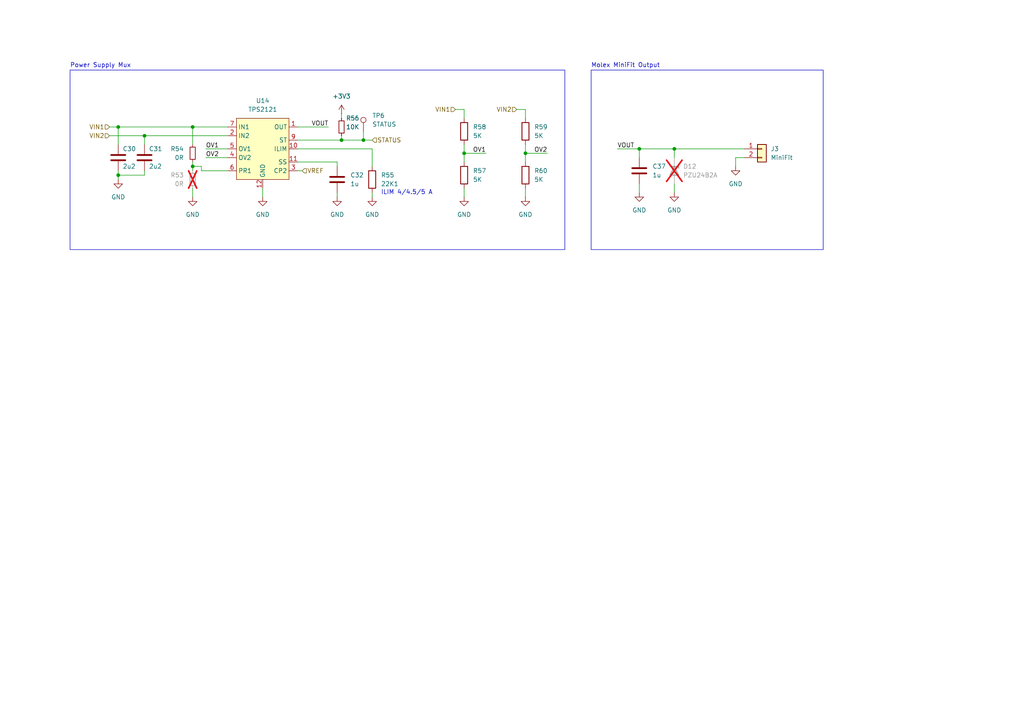
<source format=kicad_sch>
(kicad_sch (version 20250114) (generator "eeschema") (generator_version "9.0")
  (paper "A4")
  (lib_symbols
    (symbol "Connector:TestPoint" (pin_numbers (hide yes)) (pin_names (offset 0.762) (hide yes))
      (property "Reference" "TP" (at 0 6.858 0))
      (property "Value" "TestPoint" (at 0 5.08 0))
      (symbol "TestPoint_0_1"
        (circle (center 0 3.302) (radius 0.762))
      )
      (symbol "TestPoint_1_1"
        (pin passive line (at 0 0 90) (length 2.54) (name "1") (number "1"))
      )
    )
    (symbol "Connector_Generic:Conn_01x02" (pin_names (offset 1.016) (hide yes))
      (property "Reference" "J" (at 0 2.54 0))
      (property "Value" "Conn_01x02" (at 0 -5.08 0))
      (symbol "Conn_01x02_1_1"
        (rectangle (start -1.27 1.27) (end 1.27 -3.81) (stroke (width 0.254)) (fill (type background)))
        (rectangle (start -1.27 0.127) (end 0 -0.127) (stroke (width 0.1524)))
        (rectangle (start -1.27 -2.413) (end 0 -2.667) (stroke (width 0.1524)))
        (pin passive line (at -5.08 0 0) (length 3.81) (name "Pin_1") (number "1"))
        (pin passive line (at -5.08 -2.54 0) (length 3.81) (name "Pin_2") (number "2"))
      )
    )
    (symbol "Device:C" (pin_numbers (hide yes)) (pin_names (offset 0.254))
      (property "Reference" "C" (at 0.635 2.54 0))
      (property "Value" "C" (at 0.635 -2.54 0))
      (symbol "C_0_1"
        (polyline (pts (xy -2.032 0.762) (xy 2.032 0.762)) (stroke (width 0.508)))
        (polyline (pts (xy -2.032 -0.762) (xy 2.032 -0.762)) (stroke (width 0.508)))
      )
      (symbol "C_1_1"
        (pin passive line (at 0 3.81 270) (length 2.794) (name "~") (number "1"))
        (pin passive line (at 0 -3.81 90) (length 2.794) (name "~") (number "2"))
      )
    )
    (symbol "Device:D_Zener" (pin_numbers (hide yes)) (pin_names (offset 1.016) (hide yes))
      (property "Reference" "D" (at 0 2.54 0))
      (property "Value" "D_Zener" (at 0 -2.54 0))
      (symbol "D_Zener_0_1"
        (polyline (pts (xy -1.27 -1.27) (xy -1.27 1.27) (xy -0.762 1.27)) (stroke (width 0.254)))
        (polyline (pts (xy 1.27 0) (xy -1.27 0)))
        (polyline (pts (xy 1.27 -1.27) (xy 1.27 1.27) (xy -1.27 0) (xy 1.27 -1.27)) (stroke (width 0.254)))
      )
      (symbol "D_Zener_1_1"
        (pin passive line (at -3.81 0 0) (length 2.54) (name "K") (number "1"))
        (pin passive line (at 3.81 0 180) (length 2.54) (name "A") (number "2"))
      )
    )
    (symbol "Device:R" (pin_numbers (hide yes)) (pin_names (offset 0))
      (property "Reference" "R" (at 2.032 0 90))
      (property "Value" "R" (at 0 0 90))
      (symbol "R_0_1"
        (rectangle (start -1.016 -2.54) (end 1.016 2.54) (stroke (width 0.254)))
      )
      (symbol "R_1_1"
        (pin passive line (at 0 3.81 270) (length 1.27) (name "~") (number "1"))
        (pin passive line (at 0 -3.81 90) (length 1.27) (name "~") (number "2"))
      )
    )
    (symbol "Device:R_Small" (pin_numbers (hide yes)) (pin_names (offset 0.254) (hide yes))
      (property "Reference" "R" (at 0 0 90))
      (property "Value" "R_Small" (at 1.778 0 90))
      (symbol "R_Small_0_1"
        (rectangle (start -0.762 1.778) (end 0.762 -1.778) (stroke (width 0.2032)))
      )
      (symbol "R_Small_1_1"
        (pin passive line (at 0 2.54 270) (length 0.762) (name "~") (number "1"))
        (pin passive line (at 0 -2.54 90) (length 0.762) (name "~") (number "2"))
      )
    )
    (symbol "Power_Management_Extra:TPS2121"
      (property "Reference" "U" (at 0 12.192 0))
      (property "Value" "TPS2121" (at -0.508 10.16 0))
      (symbol "TPS2121_1_1"
        (rectangle (start -7.62 8.89) (end 7.62 -8.89) (fill (type background)))
        (pin power_in line (at -10.16 6.35 0) (length 2.54) (name "IN1") (number "7"))
        (pin power_in line (at -10.16 3.81 0) (length 2.54) (name "IN2") (number "2"))
        (pin input line (at -10.16 0 0) (length 2.54) (name "OV1") (number "5"))
        (pin input line (at -10.16 -2.54 0) (length 2.54) (name "OV2") (number "4"))
        (pin input line (at -10.16 -6.35 0) (length 2.54) (name "PR1") (number "6"))
        (pin power_in line (at 0 -11.43 90) (length 2.54) (name "GND") (number "12"))
        (pin power_out line (at 10.16 6.35 180) (length 2.54) (name "OUT") (number "1"))
        (pin power_out line (at 10.16 6.35 180) (length 2.54) (hide yes) (name "OUT") (number "8"))
        (pin output line (at 10.16 2.54 180) (length 2.54) (name "ST") (number "9"))
        (pin output line (at 10.16 0 180) (length 2.54) (name "ILIM") (number "10"))
        (pin output line (at 10.16 -3.81 180) (length 2.54) (name "SS") (number "11"))
        (pin input line (at 10.16 -6.35 180) (length 2.54) (name "CP2") (number "3"))
      )
    )
    (symbol "power:+3V3" (power) (pin_numbers (hide yes)) (pin_names (offset 0) (hide yes))
      (property "Value" "+3V3" (at 0 3.556 0))
      (symbol "+3V3_0_1"
        (polyline (pts (xy -0.762 1.27) (xy 0 2.54)))
        (polyline (pts (xy 0 2.54) (xy 0.762 1.27)))
        (polyline (pts (xy 0 0) (xy 0 2.54)))
      )
      (symbol "+3V3_1_1"
        (pin power_in line (at 0 0 90) (length 0) (name "~") (number "1"))
      )
    )
    (symbol "power:GND" (power) (pin_numbers (hide yes)) (pin_names (offset 0) (hide yes))
      (property "Value" "GND" (at 0 -3.81 0))
      (symbol "GND_0_1"
        (polyline (pts (xy 0 0) (xy 0 -1.27) (xy 1.27 -1.27) (xy 0 -2.54) (xy -1.27 -1.27) (xy 0 -1.27)))
      )
      (symbol "GND_1_1"
        (pin power_in line (at 0 0 270) (length 0) (name "~") (number "1"))
      )
    )
  )
  (rectangle (start 20.32 20.32) (end 163.83 72.39))
  (rectangle (start 171.45 20.32) (end 238.76 72.39))
  (text "Molex MiniFit Output" (at 171.45 19.05 0) (effects (font (size 1.27 1.27)) (justify left)))
  (text "Power Supply Mux" (at 20.32 19.05 0) (effects (font (size 1.27 1.27)) (justify left)))
  (text "ILIM 4/4.5/5 A" (at 110.49 55.88 0) (effects (font (size 1.27 1.27)) (justify left)))
  (junction (at 34.29 36.83))
  (junction (at 34.29 50.8))
  (junction (at 185.42 43.18))
  (junction (at 195.58 43.18))
  (junction (at 105.41 40.64))
  (junction (at 99.06 40.64))
  (junction (at 134.62 44.45))
  (junction (at 55.88 36.83))
  (junction (at 152.4 44.45))
  (junction (at 41.91 39.37))
  (junction (at 55.88 48.26))
  (wire (pts (xy 86.36 40.64) (xy 99.06 40.64)))
  (wire (pts (xy 76.2 54.61) (xy 76.2 57.15)))
  (wire (pts (xy 58.42 48.26) (xy 58.42 49.53)))
  (wire (pts (xy 31.75 36.83) (xy 34.29 36.83)))
  (wire (pts (xy 86.36 43.18) (xy 107.95 43.18)))
  (wire (pts (xy 99.06 40.64) (xy 105.41 40.64)))
  (wire (pts (xy 185.42 53.34) (xy 185.42 55.88)))
  (wire (pts (xy 185.42 43.18) (xy 185.42 45.72)))
  (wire (pts (xy 134.62 41.91) (xy 134.62 44.45)))
  (wire (pts (xy 152.4 44.45) (xy 152.4 46.99)))
  (wire (pts (xy 55.88 46.99) (xy 55.88 48.26)))
  (wire (pts (xy 41.91 50.8) (xy 41.91 49.53)))
  (wire (pts (xy 158.75 44.45) (xy 152.4 44.45)))
  (wire (pts (xy 97.79 46.99) (xy 97.79 48.26)))
  (wire (pts (xy 134.62 44.45) (xy 134.62 46.99)))
  (wire (pts (xy 59.69 45.72) (xy 66.04 45.72)))
  (wire (pts (xy 55.88 36.83) (xy 66.04 36.83)))
  (wire (pts (xy 195.58 43.18) (xy 195.58 45.72)))
  (wire (pts (xy 86.36 46.99) (xy 97.79 46.99)))
  (wire (pts (xy 105.41 40.64) (xy 107.95 40.64)))
  (wire (pts (xy 55.88 36.83) (xy 55.88 41.91)))
  (wire (pts (xy 152.4 31.75) (xy 152.4 34.29)))
  (wire (pts (xy 55.88 48.26) (xy 58.42 48.26)))
  (wire (pts (xy 149.86 31.75) (xy 152.4 31.75)))
  (wire (pts (xy 134.62 31.75) (xy 134.62 34.29)))
  (wire (pts (xy 195.58 53.34) (xy 195.58 55.88)))
  (wire (pts (xy 105.41 38.1) (xy 105.41 40.64)))
  (wire (pts (xy 99.06 33.02) (xy 99.06 34.29)))
  (wire (pts (xy 59.69 43.18) (xy 66.04 43.18)))
  (wire (pts (xy 213.36 48.26) (xy 213.36 45.72)))
  (wire (pts (xy 107.95 55.88) (xy 107.95 57.15)))
  (wire (pts (xy 213.36 45.72) (xy 215.9 45.72)))
  (wire (pts (xy 86.36 36.83) (xy 95.25 36.83)))
  (wire (pts (xy 34.29 49.53) (xy 34.29 50.8)))
  (wire (pts (xy 86.36 49.53) (xy 87.63 49.53)))
  (wire (pts (xy 41.91 39.37) (xy 41.91 41.91)))
  (wire (pts (xy 34.29 50.8) (xy 41.91 50.8)))
  (wire (pts (xy 34.29 36.83) (xy 55.88 36.83)))
  (wire (pts (xy 152.4 41.91) (xy 152.4 44.45)))
  (wire (pts (xy 132.08 31.75) (xy 134.62 31.75)))
  (wire (pts (xy 66.04 49.53) (xy 58.42 49.53)))
  (wire (pts (xy 195.58 43.18) (xy 215.9 43.18)))
  (wire (pts (xy 140.97 44.45) (xy 134.62 44.45)))
  (wire (pts (xy 152.4 54.61) (xy 152.4 57.15)))
  (wire (pts (xy 41.91 39.37) (xy 66.04 39.37)))
  (wire (pts (xy 99.06 39.37) (xy 99.06 40.64)))
  (wire (pts (xy 107.95 43.18) (xy 107.95 48.26)))
  (wire (pts (xy 31.75 39.37) (xy 41.91 39.37)))
  (wire (pts (xy 179.07 43.18) (xy 185.42 43.18)))
  (wire (pts (xy 185.42 43.18) (xy 195.58 43.18)))
  (wire (pts (xy 34.29 36.83) (xy 34.29 41.91)))
  (wire (pts (xy 55.88 48.26) (xy 55.88 49.53)))
  (wire (pts (xy 97.79 55.88) (xy 97.79 57.15)))
  (wire (pts (xy 134.62 54.61) (xy 134.62 57.15)))
  (wire (pts (xy 34.29 50.8) (xy 34.29 52.07)))
  (wire (pts (xy 55.88 54.61) (xy 55.88 57.15)))
  (label "OV2" (at 59.69 45.72 0))
  (label "OV1" (at 59.69 43.18 0))
  (label "OV2" (at 158.75 44.45 180))
  (label "OV1" (at 140.97 44.45 180))
  (label "VOUT" (at 95.25 36.83 180))
  (label "VOUT" (at 179.07 43.18 0))
  (hierarchical_label "VREF" (shape input) (at 87.63 49.53 0))
  (hierarchical_label "VIN2" (shape input) (at 31.75 39.37 180))
  (hierarchical_label "VIN1" (shape input) (at 31.75 36.83 180))
  (hierarchical_label "STATUS" (shape input) (at 107.95 40.64 0))
  (hierarchical_label "VIN1" (shape input) (at 132.08 31.75 180))
  (hierarchical_label "VIN2" (shape input) (at 149.86 31.75 180))
  (symbol (lib_id "power:GND") (at 76.2 57.15 0) (unit 1)
    (property "Reference" "#PWR0105" (effects (hide yes)))
    (property "Value" "GND" (at 76.2 62.23 0))
    (property "Description" "Power symbol creates a global label with name \"GND\" , ground" (effects (hide yes)))
    (instances (project "" (path "" (reference "#PWR032") (unit 1)) (path "" (reference "#PWR0105") (unit 1))))
  )
  (symbol (lib_id "Device:D_Zener") (at 195.58 49.53 270) (unit 1) (dnp yes)
    (property "Reference" "D13" (at 198.12 48.2599 90) (effects (justify left)))
    (property "Value" "PZU24B2A" (at 198.12 50.7999 90) (effects (justify left)))
    (property "Footprint" "Diode_SMD:D_SOD-323F" (effects (hide yes)))
    (property "Description" "Zener diode" (effects (hide yes)))
    (instances (project "vrb" (path "" (reference "D12") (unit 1)) (path "" (reference "D13") (unit 1))))
  )
  (symbol (lib_id "Device:C") (at 185.42 49.53 0) (unit 1)
    (property "Reference" "C36" (at 189.23 48.2599 0) (effects (justify left)))
    (property "Value" "1u" (at 189.23 50.7999 0) (effects (justify left)))
    (property "Footprint" "Capacitor_SMD:C_0603_1608Metric" (effects (hide yes)))
    (property "Description" "Unpolarized capacitor" (effects (hide yes)))
    (instances (project "" (path "" (reference "C37") (unit 1)) (path "" (reference "C36") (unit 1))))
  )
  (symbol (lib_id "Device:R") (at 134.62 38.1 0) (unit 1)
    (property "Reference" "R62" (at 137.16 36.8299 0) (effects (justify left)))
    (property "Value" "5K" (at 137.16 39.3699 0) (effects (justify left)))
    (property "Footprint" "Resistor_SMD:R_0603_1608Metric" (effects (hide yes)))
    (property "Description" "Resistor" (effects (hide yes)))
    (instances (project "vrb" (path "" (reference "R58") (unit 1)) (path "" (reference "R62") (unit 1))))
  )
  (symbol (lib_id "Device:C") (at 41.91 45.72 0) (unit 1)
    (property "Reference" "C34" (at 43.18 43.18 0) (effects (justify left)))
    (property "Value" "2u2" (at 43.18 48.26 0) (effects (justify left)))
    (property "Footprint" "Capacitor_SMD:C_0603_1608Metric" (effects (hide yes)))
    (property "Description" "Unpolarized capacitor" (effects (hide yes)))
    (instances (project "vrb" (path "" (reference "C31") (unit 1)) (path "" (reference "C34") (unit 1))))
  )
  (symbol (lib_id "Device:R") (at 107.95 52.07 0) (unit 1)
    (property "Reference" "R68" (at 110.49 50.7999 0) (effects (justify left)))
    (property "Value" "22K1" (at 110.49 53.3399 0) (effects (justify left)))
    (property "Footprint" "Resistor_SMD:R_0603_1608Metric" (effects (hide yes)))
    (property "Description" "Resistor" (effects (hide yes)))
    (instances (project "" (path "" (reference "R55") (unit 1)) (path "" (reference "R68") (unit 1))))
  )
  (symbol (lib_id "Device:C") (at 97.79 52.07 0) (unit 1)
    (property "Reference" "C35" (at 101.6 50.7999 0) (effects (justify left)))
    (property "Value" "1u" (at 101.6 53.3399 0) (effects (justify left)))
    (property "Footprint" "Capacitor_SMD:C_0603_1608Metric" (effects (hide yes)))
    (property "Description" "Unpolarized capacitor" (effects (hide yes)))
    (instances (project "" (path "" (reference "C32") (unit 1)) (path "" (reference "C35") (unit 1))))
  )
  (symbol (lib_id "power:GND") (at 195.58 55.88 0) (unit 1)
    (property "Reference" "#PWR0103" (effects (hide yes)))
    (property "Value" "GND" (at 195.58 60.96 0))
    (property "Description" "Power symbol creates a global label with name \"GND\" , ground" (effects (hide yes)))
    (instances (project "vrb" (path "" (reference "#PWR094") (unit 1)) (path "" (reference "#PWR0103") (unit 1))))
  )
  (symbol (lib_id "Device:R") (at 134.62 50.8 0) (unit 1)
    (property "Reference" "R65" (at 137.16 49.5299 0) (effects (justify left)))
    (property "Value" "5K" (at 137.16 52.0699 0) (effects (justify left)))
    (property "Footprint" "Resistor_SMD:R_0402_1005Metric" (effects (hide yes)))
    (property "Description" "Resistor" (effects (hide yes)))
    (instances (project "vrb" (path "" (reference "R57") (unit 1)) (path "" (reference "R65") (unit 1))))
  )
  (symbol (lib_id "Device:R") (at 152.4 50.8 0) (unit 1)
    (property "Reference" "R66" (at 154.94 49.5299 0) (effects (justify left)))
    (property "Value" "5K" (at 154.94 52.0699 0) (effects (justify left)))
    (property "Footprint" "Resistor_SMD:R_0402_1005Metric" (effects (hide yes)))
    (property "Description" "Resistor" (effects (hide yes)))
    (instances (project "vrb" (path "" (reference "R60") (unit 1)) (path "" (reference "R66") (unit 1))))
  )
  (symbol (lib_id "Connector_Generic:Conn_01x02") (at 220.98 43.18 0) (unit 1)
    (property "Reference" "J4" (at 223.52 43.1799 0) (effects (justify left)))
    (property "Value" "MiniFit" (at 223.52 45.7199 0) (effects (justify left)))
    (property "Footprint" "Connector_Molex:Molex_Mini-Fit_Jr_5569-02A1_2x01_P4.20mm_Horizontal" (effects (hide yes)))
    (property "Description" "Generic connector, single row, 01x02, script generated (kicad-library-utils/schlib/autogen/connector/)" (effects (hide yes)))
    (instances (project "" (path "" (reference "J3") (unit 1)) (path "" (reference "J4") (unit 1))))
  )
  (symbol (lib_id "power:GND") (at 34.29 52.07 0) (unit 1)
    (property "Reference" "#PWR0102" (effects (hide yes)))
    (property "Value" "GND" (at 34.29 57.15 0))
    (property "Description" "Power symbol creates a global label with name \"GND\" , ground" (effects (hide yes)))
    (instances (project "" (path "" (reference "#PWR044") (unit 1)) (path "" (reference "#PWR0102") (unit 1))))
  )
  (symbol (lib_id "Power_Management_Extra:TPS2121") (at 76.2 43.18 0) (unit 1)
    (property "Reference" "U15" (at 76.2 29.21 0))
    (property "Value" "TPS2121" (at 76.2 31.75 0))
    (property "Footprint" "Package_DFN_QFN:Texas_VQFN-HR-12_2x2.5mm_P0.5mm" (effects (hide yes)))
    (property "Datasheet" "https://www.ti.com/lit/ds/symlink/tps2121.pdf" (effects (hide yes)))
    (property "Description" "2.7-V to 22-V, 56-mΩ, 4.5-A, power mux with seamless switchover" (effects (hide yes)))
    (instances (project "" (path "" (reference "U14") (unit 1)) (path "" (reference "U15") (unit 1))))
  )
  (symbol (lib_id "Device:C") (at 34.29 45.72 0) (unit 1)
    (property "Reference" "C33" (at 35.56 43.18 0) (effects (justify left)))
    (property "Value" "2u2" (at 35.56 48.26 0) (effects (justify left)))
    (property "Footprint" "Capacitor_SMD:C_0603_1608Metric" (effects (hide yes)))
    (property "Description" "Unpolarized capacitor" (effects (hide yes)))
    (instances (project "" (path "" (reference "C30") (unit 1)) (path "" (reference "C33") (unit 1))))
  )
  (symbol (lib_id "power:GND") (at 107.95 57.15 0) (unit 1)
    (property "Reference" "#PWR0107" (effects (hide yes)))
    (property "Value" "GND" (at 107.95 62.23 0))
    (property "Description" "Power symbol creates a global label with name \"GND\" , ground" (effects (hide yes)))
    (instances (project "vrb" (path "" (reference "#PWR096") (unit 1)) (path "" (reference "#PWR0107") (unit 1))))
  )
  (symbol (lib_id "Device:R") (at 152.4 38.1 0) (unit 1)
    (property "Reference" "R63" (at 154.94 36.8299 0) (effects (justify left)))
    (property "Value" "5K" (at 154.94 39.3699 0) (effects (justify left)))
    (property "Footprint" "Resistor_SMD:R_0603_1608Metric" (effects (hide yes)))
    (property "Description" "Resistor" (effects (hide yes)))
    (instances (project "vrb" (path "" (reference "R59") (unit 1)) (path "" (reference "R63") (unit 1))))
  )
  (symbol (lib_id "Device:R_Small") (at 55.88 44.45 0) (mirror y) (unit 1)
    (property "Reference" "R64" (at 53.34 43.1799 0) (effects (justify left)))
    (property "Value" "0R" (at 53.34 45.7199 0) (effects (justify left)))
    (property "Footprint" "Resistor_SMD:R_0603_1608Metric" (effects (hide yes)))
    (property "Description" "Resistor, small symbol" (effects (hide yes)))
    (instances (project "vrb" (path "" (reference "R54") (unit 1)) (path "" (reference "R64") (unit 1))))
  )
  (symbol (lib_id "power:GND") (at 55.88 57.15 0) (unit 1)
    (property "Reference" "#PWR0104" (effects (hide yes)))
    (property "Value" "GND" (at 55.88 62.23 0))
    (property "Description" "Power symbol creates a global label with name \"GND\" , ground" (effects (hide yes)))
    (instances (project "vrb" (path "" (reference "#PWR056") (unit 1)) (path "" (reference "#PWR0104") (unit 1))))
  )
  (symbol (lib_id "Connector:TestPoint") (at 105.41 38.1 0) (unit 1)
    (property "Reference" "TP7" (at 107.95 33.5279 0) (effects (justify left)))
    (property "Value" "STATUS" (at 107.95 36.0679 0) (effects (justify left)))
    (property "Footprint" "TestPoint:TestPoint_Pad_1.0x1.0mm" (effects (hide yes)))
    (property "Description" "test point" (effects (hide yes)))
    (instances (project "" (path "" (reference "TP6") (unit 1)) (path "" (reference "TP7") (unit 1))))
  )
  (symbol (lib_id "Device:R_Small") (at 99.06 36.83 0) (unit 1)
    (property "Reference" "R61" (at 100.33 34.29 0) (effects (justify left)))
    (property "Value" "10K" (at 100.33 36.83 0) (effects (justify left)))
    (property "Footprint" "Resistor_SMD:R_0402_1005Metric" (effects (hide yes)))
    (property "Description" "Resistor, small symbol" (effects (hide yes)))
    (instances (project "vrb" (path "" (reference "R56") (unit 1)) (path "" (reference "R61") (unit 1))))
  )
  (symbol (lib_id "power:+3V3") (at 99.06 33.02 0) (unit 1)
    (property "Reference" "#PWR0100" (effects (hide yes)))
    (property "Value" "+3V3" (at 99.06 27.94 0))
    (property "Description" "Power symbol creates a global label with name \"+3V3\"" (effects (hide yes)))
    (instances (project "" (path "" (reference "#PWR097") (unit 1)) (path "" (reference "#PWR0100") (unit 1))))
  )
  (symbol (lib_id "power:GND") (at 213.36 48.26 0) (unit 1)
    (property "Reference" "#PWR0101" (effects (hide yes)))
    (property "Value" "GND" (at 213.36 53.34 0))
    (property "Description" "Power symbol creates a global label with name \"GND\" , ground" (effects (hide yes)))
    (instances (project "" (path "" (reference "#PWR020") (unit 1)) (path "" (reference "#PWR0101") (unit 1))))
  )
  (symbol (lib_id "power:GND") (at 134.62 57.15 0) (unit 1)
    (property "Reference" "#PWR0108" (effects (hide yes)))
    (property "Value" "GND" (at 134.62 62.23 0))
    (property "Description" "Power symbol creates a global label with name \"GND\" , ground" (effects (hide yes)))
    (instances (project "" (path "" (reference "#PWR098") (unit 1)) (path "" (reference "#PWR0108") (unit 1))))
  )
  (symbol (lib_id "power:GND") (at 152.4 57.15 0) (unit 1)
    (property "Reference" "#PWR0109" (effects (hide yes)))
    (property "Value" "GND" (at 152.4 62.23 0))
    (property "Description" "Power symbol creates a global label with name \"GND\" , ground" (effects (hide yes)))
    (instances (project "vrb" (path "" (reference "#PWR099") (unit 1)) (path "" (reference "#PWR0109") (unit 1))))
  )
  (symbol (lib_id "power:GND") (at 97.79 57.15 0) (unit 1)
    (property "Reference" "#PWR0106" (effects (hide yes)))
    (property "Value" "GND" (at 97.79 62.23 0))
    (property "Description" "Power symbol creates a global label with name \"GND\" , ground" (effects (hide yes)))
    (instances (project "vrb" (path "" (reference "#PWR095") (unit 1)) (path "" (reference "#PWR0106") (unit 1))))
  )
  (symbol (lib_id "Device:R_Small") (at 55.88 52.07 0) (mirror y) (unit 1) (dnp yes)
    (property "Reference" "R67" (at 53.34 50.7999 0) (effects (justify left)))
    (property "Value" "0R" (at 53.34 53.3399 0) (effects (justify left)))
    (property "Footprint" "Resistor_SMD:R_0402_1005Metric" (effects (hide yes)))
    (property "Description" "Resistor, small symbol" (effects (hide yes)))
    (instances (project "" (path "" (reference "R53") (unit 1)) (path "" (reference "R67") (unit 1))))
  )
  (symbol (lib_id "power:GND") (at 185.42 55.88 0) (unit 1)
    (property "Reference" "#PWR0128" (effects (hide yes)))
    (property "Value" "GND" (at 185.42 60.96 0))
    (property "Description" "Power symbol creates a global label with name \"GND\" , ground" (effects (hide yes)))
    (instances (project "vrb" (path "" (reference "#PWR0129") (unit 1)) (path "" (reference "#PWR0128") (unit 1))))
  )
)
</source>
